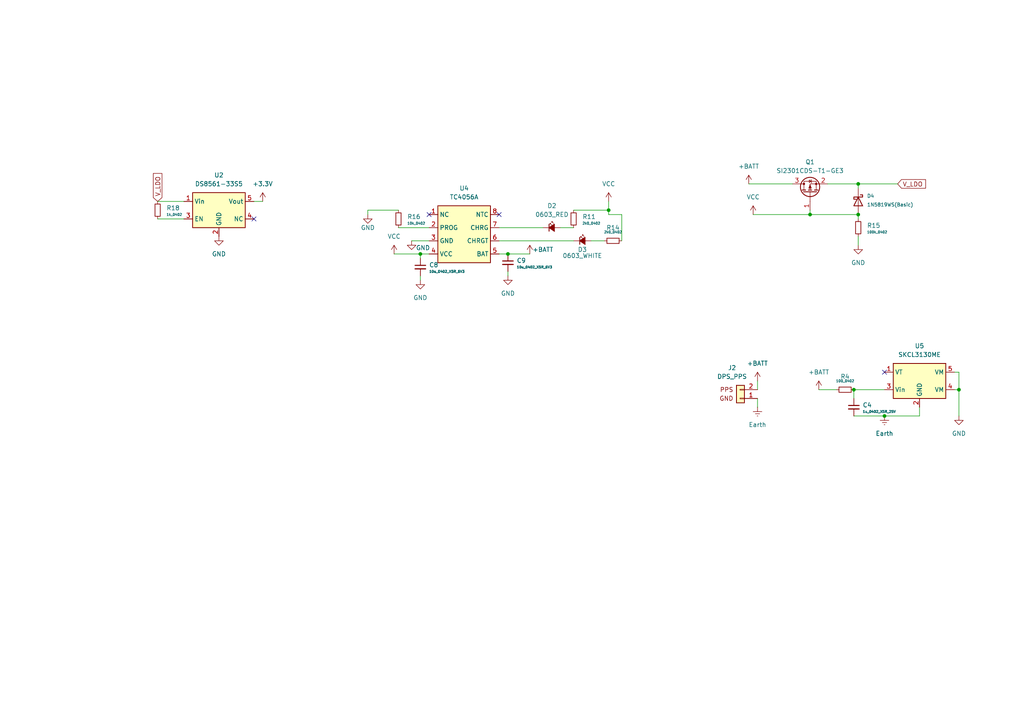
<source format=kicad_sch>
(kicad_sch (version 20231120) (generator "eeschema") (generator_version "8.0")
  (paper "A4")
  (title_block (title "Charger-LDO") (date "2024-07-24") (rev "V3"))
  (lib_symbols
    (symbol "1_diodes:1N5819WS(Basic)" (pin_numbers hide) (pin_names (offset 1.016) hide)
      (property "Reference" "D" (at 1 -1 0))
      (property "Value" "1N5819WS(Basic)" (at 1 -1 0))
      (symbol "1N5819WS(Basic)_0_1"
        (polyline (pts (xy 1.27 0) (xy -1.27 0)))
        (polyline (pts (xy 1.27 1.27) (xy 1.27 -1.27) (xy -1.27 0) (xy 1.27 1.27)) (stroke (width 0.254)))
        (polyline (pts (xy -1.905 0.635) (xy -1.905 1.27) (xy -1.27 1.27) (xy -1.27 -1.27) (xy -0.635 -1.27) (xy -0.635 -0.635)) (stroke (width 0.254)))
      )
      (symbol "1N5819WS(Basic)_1_1"
        (pin passive line (at -3.81 0 0) (length 2.54) (name "K") (number "1"))
        (pin passive line (at 3.81 0 180) (length 2.54) (name "A") (number "2"))
      )
    )
    (symbol "DPS_connectors:DPS_PPS" (pin_names (offset 1.016) hide)
      (property "Reference" "J" (at 0 3.81 0))
      (property "Value" "DPS_PPS" (at 0 -3.81 0))
      (symbol "DPS_PPS_0_0"
        (text "GND" (at 1.905 1.27 0) (effects (font (size 1.27 1.27)) (justify left)))
      )
      (symbol "DPS_PPS_1_0"
        (text "PPS" (at 1.905 -1.27 0) (effects (font (size 1.27 1.27)) (justify left)))
      )
      (symbol "DPS_PPS_1_1"
        (rectangle (start -1.27 -1.143) (end 0 -1.397) (stroke (width 0.1524)))
        (rectangle (start -1.27 1.397) (end 0 1.143) (stroke (width 0.1524)))
        (rectangle (start -1.27 2.54) (end 1.016 -2.54) (stroke (width 0.254)) (fill (type background)))
        (pin passive line (at -5.08 1.27 0) (length 3.81) (name "Pin_1") (number "1"))
        (pin passive line (at -5.08 -1.27 0) (length 3.81) (name "Pin_2") (number "2"))
      )
    )
    (symbol "Lil-Lib:DS8561-33S5"
      (property "Reference" "U" (at -7.62 6.35 0))
      (property "Value" "DS8561-33S5 " (at 2.54 -6.35 0))
      (symbol "DS8561-33S5_1_1"
        (rectangle (start -7.62 5.08) (end 7.62 -5.08) (stroke (width 0.254)) (fill (type background)))
        (pin input line (at -10.16 2.54 0) (length 2.54) (name "Vin") (number "1"))
        (pin power_in line (at 0 -7.62 90) (length 2.54) (name "GND") (number "2"))
        (pin bidirectional line (at -10.16 -2.54 0) (length 2.54) (name "EN") (number "3"))
        (pin power_in line (at 10.16 -2.54 180) (length 2.54) (name "NC") (number "4"))
        (pin input line (at 10.16 2.54 180) (length 2.54) (name "Vout") (number "5"))
      )
    )
    (symbol "Lil-Lib:SI2301CDS-T1-GE3" (pin_names hide)
      (property "Reference" "Q" (at 5.08 1.905 0))
      (property "Value" "SI2301CDS-T1-GE3" (at 5.08 0 0))
      (symbol "SI2301CDS-T1-GE3_0_1"
        (polyline (pts (xy 0.254 0) (xy -2.54 0)))
        (polyline (pts (xy 0.254 1.905) (xy 0.254 -1.905)) (stroke (width 0.254)))
        (polyline (pts (xy 0.762 -1.27) (xy 0.762 -2.286)) (stroke (width 0.254)))
        (polyline (pts (xy 0.762 0.508) (xy 0.762 -0.508)) (stroke (width 0.254)))
        (polyline (pts (xy 0.762 2.286) (xy 0.762 1.27)) (stroke (width 0.254)))
        (polyline (pts (xy 2.54 2.54) (xy 2.54 1.778)))
        (polyline (pts (xy 2.54 -2.54) (xy 2.54 0) (xy 0.762 0)))
        (polyline (pts (xy 0.762 1.778) (xy 3.302 1.778) (xy 3.302 -1.778) (xy 0.762 -1.778)))
        (polyline (pts (xy 2.286 0) (xy 1.27 0.381) (xy 1.27 -0.381) (xy 2.286 0)) (fill (type outline)))
        (polyline (pts (xy 2.794 -0.508) (xy 2.921 -0.381) (xy 3.683 -0.381) (xy 3.81 -0.254)))
        (polyline (pts (xy 3.302 -0.381) (xy 2.921 0.254) (xy 3.683 0.254) (xy 3.302 -0.381)))
        (circle (center 1.651 0) (radius 2.794) (stroke (width 0.254)))
        (circle (center 2.54 -1.778) (radius 0.254) (fill (type outline)))
        (circle (center 2.54 1.778) (radius 0.254) (fill (type outline)))
      )
      (symbol "SI2301CDS-T1-GE3_1_1"
        (pin input line (at -5.08 0 0) (length 2.54) (name "G") (number "1"))
        (pin passive line (at 2.54 -5.08 90) (length 2.54) (name "S") (number "2"))
        (pin passive line (at 2.54 5.08 270) (length 2.54) (name "D") (number "3"))
      )
    )
    (symbol "Lil-Lib:SKCL3130ME"
      (property "Reference" "U" (at -7.62 6.35 0))
      (property "Value" "SKCL3130ME" (at 2.54 -6.35 0))
      (symbol "SKCL3130ME_1_1"
        (rectangle (start -7.62 5.08) (end 7.62 -5.08) (stroke (width 0.254)) (fill (type background)))
        (pin input line (at -10.16 2.54 0) (length 2.54) (name "VT") (number "1"))
        (pin power_in line (at 0 -7.62 90) (length 2.54) (name "GND") (number "2"))
        (pin bidirectional line (at -10.16 -2.54 0) (length 2.54) (name "Vin") (number "3"))
        (pin power_in line (at 10.16 -2.54 180) (length 2.54) (name "VM") (number "4"))
        (pin input line (at 10.16 2.54 180) (length 2.54) (name "VM") (number "5"))
      )
    )
    (symbol "Lil-Lib:TC4056A"
      (property "Reference" "U" (at -7.62 6.35 0))
      (property "Value" "TC4056A" (at 7.62 6.35 0))
      (symbol "TC4056A_0_1"
        (rectangle (start -7.62 5.08) (end 7.62 -11.43) (stroke (width 0.254)) (fill (type background)))
      )
      (symbol "TC4056A_1_1"
        (pin bidirectional line (at -10.16 2.54 0) (length 2.54) (name "NC") (number "1"))
        (pin bidirectional line (at -10.16 -1.27 0) (length 2.54) (name "PROG") (number "2"))
        (pin power_in line (at -10.16 -5.08 0) (length 2.54) (name "GND") (number "3"))
        (pin output line (at -10.16 -8.89 0) (length 2.54) (name "VCC") (number "4"))
        (pin power_in line (at 10.16 -8.89 180) (length 2.54) (name "BAT") (number "5"))
        (pin output line (at 10.16 -5.08 180) (length 2.54) (name "CHRGT") (number "6"))
        (pin input line (at 10.16 -1.27 180) (length 2.54) (name "CHRG") (number "7"))
        (pin passive line (at 10.16 2.54 180) (length 2.54) (name "NTC") (number "8"))
      )
    )
    (symbol "capacitor_smd_standard:10u_0402_X5R_6V3" (pin_numbers hide) (pin_names (offset 0.254) hide)
      (property "Reference" "C" (at 0.254 1.778 0))
      (property "Value" "10u_0402_X5R_6V3" (at 0.254 -2.032 0))
      (symbol "10u_0402_X5R_6V3_0_1"
        (polyline (pts (xy -1.524 -0.508) (xy 1.524 -0.508)) (stroke (width 0.3302)))
        (polyline (pts (xy -1.524 0.508) (xy 1.524 0.508)) (stroke (width 0.3048)))
      )
      (symbol "10u_0402_X5R_6V3_1_1"
        (pin passive line (at 0 2.54 270) (length 2.032) (name "~") (number "1"))
        (pin passive line (at 0 -2.54 90) (length 2.032) (name "~") (number "2"))
      )
    )
    (symbol "capacitor_smd_standard:1u_0402_X5R_25V" (pin_numbers hide) (pin_names (offset 0.254) hide)
      (property "Reference" "C" (at 0.254 1.778 0))
      (property "Value" "1u_0402_X5R_25V" (at 0.254 -2.032 0))
      (symbol "1u_0402_X5R_25V_0_1"
        (polyline (pts (xy -1.524 -0.508) (xy 1.524 -0.508)) (stroke (width 0.3302)))
        (polyline (pts (xy -1.524 0.508) (xy 1.524 0.508)) (stroke (width 0.3048)))
      )
      (symbol "1u_0402_X5R_25V_1_1"
        (pin passive line (at 0 2.54 270) (length 2.032) (name "~") (number "1"))
        (pin passive line (at 0 -2.54 90) (length 2.032) (name "~") (number "2"))
      )
    )
    (symbol "led:0603_GREEN" (pin_numbers hide) (pin_names (offset 0.254) hide)
      (property "Reference" "D" (at -1.27 3.175 0))
      (property "Value" "0603_GREEN" (at -4.445 -2.54 0))
      (symbol "0603_GREEN_0_1"
        (polyline (pts (xy -0.762 -1.016) (xy -0.762 1.016)) (stroke (width 0.254)))
        (polyline (pts (xy 1.016 0) (xy -0.762 0)))
        (polyline (pts (xy 0.762 -1.016) (xy -0.762 0) (xy 0.762 1.016) (xy 0.762 -1.016)) (stroke (width 0.254)) (fill (type outline)))
        (polyline (pts (xy 0 0.762) (xy -0.508 1.27) (xy -0.254 1.27) (xy -0.508 1.27) (xy -0.508 1.016)))
        (polyline (pts (xy 0.508 1.27) (xy 0 1.778) (xy 0.254 1.778) (xy 0 1.778) (xy 0 1.524)))
      )
      (symbol "0603_GREEN_1_1"
        (pin passive line (at -2.54 0 0) (length 1.778) (name "K") (number "1"))
        (pin passive line (at 2.54 0 180) (length 1.778) (name "A") (number "2"))
      )
    )
    (symbol "led:0603_RED" (pin_numbers hide) (pin_names (offset 0.254) hide)
      (property "Reference" "D" (at -1.27 3.175 0))
      (property "Value" "0603_RED" (at -4.445 -2.54 0))
      (symbol "0603_RED_0_1"
        (polyline (pts (xy -0.762 -1.016) (xy -0.762 1.016)) (stroke (width 0.254)))
        (polyline (pts (xy 1.016 0) (xy -0.762 0)))
        (polyline (pts (xy 0.762 -1.016) (xy -0.762 0) (xy 0.762 1.016) (xy 0.762 -1.016)) (stroke (width 0.254)) (fill (type outline)))
        (polyline (pts (xy 0 0.762) (xy -0.508 1.27) (xy -0.254 1.27) (xy -0.508 1.27) (xy -0.508 1.016)))
        (polyline (pts (xy 0.508 1.27) (xy 0 1.778) (xy 0.254 1.778) (xy 0 1.778) (xy 0 1.524)))
      )
      (symbol "0603_RED_1_1"
        (pin passive line (at -2.54 0 0) (length 1.778) (name "K") (number "1"))
        (pin passive line (at 2.54 0 180) (length 1.778) (name "A") (number "2"))
      )
    )
    (symbol "power:+3.3V" (power) (pin_names (offset 0))
      (property "Value" "+3.3V" (at 0 3.556 0))
      (symbol "+3.3V_0_1"
        (polyline (pts (xy -0.762 1.27) (xy 0 2.54)))
        (polyline (pts (xy 0 0) (xy 0 2.54)))
        (polyline (pts (xy 0 2.54) (xy 0.762 1.27)))
      )
      (symbol "+3.3V_1_1"
        (pin power_in line (at 0 0 90) (length 0) hide (name "+3.3V") (number "1"))
      )
    )
    (symbol "power:+BATT" (power) (pin_names (offset 0))
      (property "Value" "+BATT" (at 0 3.556 0))
      (symbol "+BATT_0_1"
        (polyline (pts (xy -0.762 1.27) (xy 0 2.54)))
        (polyline (pts (xy 0 0) (xy 0 2.54)))
        (polyline (pts (xy 0 2.54) (xy 0.762 1.27)))
      )
      (symbol "+BATT_1_1"
        (pin power_in line (at 0 0 90) (length 0) hide (name "+BATT") (number "1"))
      )
    )
    (symbol "power:Earth" (power) (pin_numbers hide) (pin_names (offset 0) hide)
      (property "Value" "Earth" (at 0 -3.81 0))
      (symbol "Earth_0_1"
        (polyline (pts (xy -0.635 -1.905) (xy 0.635 -1.905)))
        (polyline (pts (xy -0.127 -2.54) (xy 0.127 -2.54)))
        (polyline (pts (xy 0 -1.27) (xy 0 0)))
        (polyline (pts (xy 1.27 -1.27) (xy -1.27 -1.27)))
      )
      (symbol "Earth_1_1"
        (pin power_in line (at 0 0 270) (length 0) (name "~") (number "1"))
      )
    )
    (symbol "power:GND" (power) (pin_names (offset 0))
      (property "Value" "GND" (at 0 -3.81 0))
      (symbol "GND_0_1"
        (polyline (pts (xy 0 0) (xy 0 -1.27) (xy 1.27 -1.27) (xy 0 -2.54) (xy -1.27 -1.27) (xy 0 -1.27)))
      )
      (symbol "GND_1_1"
        (pin power_in line (at 0 0 270) (length 0) hide (name "GND") (number "1"))
      )
    )
    (symbol "power:VCC" (power) (pin_names (offset 0))
      (property "Value" "VCC" (at 0 3.81 0))
      (symbol "VCC_0_1"
        (polyline (pts (xy -0.762 1.27) (xy 0 2.54)))
        (polyline (pts (xy 0 0) (xy 0 2.54)))
        (polyline (pts (xy 0 2.54) (xy 0.762 1.27)))
      )
      (symbol "VCC_1_1"
        (pin power_in line (at 0 0 90) (length 0) hide (name "VCC") (number "1"))
      )
    )
    (symbol "resistor_smd_standard:100_0402" (pin_numbers hide) (pin_names (offset 0.254) hide)
      (property "Reference" "R" (at 1.27 1.27 0))
      (property "Value" "100_0402" (at 1.27 0 0))
      (symbol "100_0402_0_1"
        (rectangle (start -0.762 1.778) (end 0.762 -1.778) (stroke (width 0.2032)))
      )
      (symbol "100_0402_1_1"
        (pin passive line (at 0 2.54 270) (length 0.762) (name "~") (number "1"))
        (pin passive line (at 0 -2.54 90) (length 0.762) (name "~") (number "2"))
      )
    )
    (symbol "resistor_smd_standard:100k_0402" (pin_numbers hide) (pin_names (offset 0.254) hide)
      (property "Reference" "R" (at 1.27 1.27 0))
      (property "Value" "100k_0402" (at 1.27 0 0))
      (symbol "100k_0402_0_1"
        (rectangle (start -0.762 1.778) (end 0.762 -1.778) (stroke (width 0.2032)))
      )
      (symbol "100k_0402_1_1"
        (pin passive line (at 0 2.54 270) (length 0.762) (name "~") (number "1"))
        (pin passive line (at 0 -2.54 90) (length 0.762) (name "~") (number "2"))
      )
    )
    (symbol "resistor_smd_standard:10k_0402" (pin_numbers hide) (pin_names (offset 0.254) hide)
      (property "Reference" "R" (at 1.27 1.27 0))
      (property "Value" "10k_0402" (at 1.27 0 0))
      (symbol "10k_0402_0_1"
        (rectangle (start -0.762 1.778) (end 0.762 -1.778) (stroke (width 0.2032)))
      )
      (symbol "10k_0402_1_1"
        (pin passive line (at 0 2.54 270) (length 0.762) (name "~") (number "1"))
        (pin passive line (at 0 -2.54 90) (length 0.762) (name "~") (number "2"))
      )
    )
    (symbol "resistor_smd_standard:1k_0402" (pin_numbers hide) (pin_names (offset 0.254) hide)
      (property "Reference" "R" (at 1.27 1.27 0))
      (property "Value" "1k_0402" (at 1.27 0 0))
      (symbol "1k_0402_0_1"
        (rectangle (start -0.762 1.778) (end 0.762 -1.778) (stroke (width 0.2032)))
      )
      (symbol "1k_0402_1_1"
        (pin passive line (at 0 2.54 270) (length 0.762) (name "~") (number "1"))
        (pin passive line (at 0 -2.54 90) (length 0.762) (name "~") (number "2"))
      )
    )
    (symbol "resistor_smd_standard:2k0_0402" (pin_numbers hide) (pin_names (offset 0.254) hide)
      (property "Reference" "R" (at 1.27 1.27 0))
      (property "Value" "2k0_0402" (at 1.27 0 0))
      (symbol "2k0_0402_0_1"
        (rectangle (start -0.762 1.778) (end 0.762 -1.778) (stroke (width 0.2032)))
      )
      (symbol "2k0_0402_1_1"
        (pin passive line (at 0 2.54 270) (length 0.762) (name "~") (number "1"))
        (pin passive line (at 0 -2.54 90) (length 0.762) (name "~") (number "2"))
      )
    )
  )
  (junction (at 248.92 53.34))
  (junction (at 247.65 113.03))
  (junction (at 248.92 62.23))
  (junction (at 278.13 113.03))
  (junction (at 176.53 60.96))
  (junction (at 121.92 73.66))
  (junction (at 256.54 120.65))
  (junction (at 234.95 62.23))
  (junction (at 147.32 73.66))
  (no_connect (at 124.46 62.23))
  (no_connect (at 256.54 107.95))
  (no_connect (at 144.78 62.23))
  (no_connect (at 73.66 63.5))
  (wire (pts (xy 248.92 53.34) (xy 248.92 54.61)))
  (wire (pts (xy 171.45 69.85) (xy 175.26 69.85)))
  (wire (pts (xy 180.34 62.23) (xy 176.53 62.23)))
  (wire (pts (xy 219.71 118.11) (xy 219.71 115.57)))
  (wire (pts (xy 219.71 110.49) (xy 219.71 113.03)))
  (wire (pts (xy 248.92 62.23) (xy 248.92 63.5)))
  (wire (pts (xy 248.92 53.34) (xy 260.35 53.34)))
  (wire (pts (xy 121.92 80.01) (xy 121.92 81.28)))
  (wire (pts (xy 266.7 120.65) (xy 266.7 118.11)))
  (wire (pts (xy 147.32 73.66) (xy 153.67 73.66)))
  (wire (pts (xy 115.57 60.96) (xy 106.68 60.96)))
  (wire (pts (xy 256.54 120.65) (xy 266.7 120.65)))
  (wire (pts (xy 144.78 73.66) (xy 147.32 73.66)))
  (wire (pts (xy 278.13 107.95) (xy 276.86 107.95)))
  (wire (pts (xy 45.72 58.42) (xy 53.34 58.42)))
  (wire (pts (xy 114.3 73.66) (xy 121.92 73.66)))
  (wire (pts (xy 278.13 113.03) (xy 276.86 113.03)))
  (wire (pts (xy 247.65 113.03) (xy 247.65 115.57)))
  (wire (pts (xy 147.32 78.74) (xy 147.32 80.01)))
  (wire (pts (xy 121.92 74.93) (xy 121.92 73.66)))
  (wire (pts (xy 234.95 62.23) (xy 234.95 60.96)))
  (wire (pts (xy 115.57 66.04) (xy 124.46 66.04)))
  (wire (pts (xy 247.65 113.03) (xy 256.54 113.03)))
  (wire (pts (xy 162.56 66.04) (xy 166.37 66.04)))
  (wire (pts (xy 247.65 120.65) (xy 256.54 120.65)))
  (wire (pts (xy 180.34 69.85) (xy 180.34 62.23)))
  (wire (pts (xy 176.53 58.42) (xy 176.53 60.96)))
  (wire (pts (xy 218.44 62.23) (xy 234.95 62.23)))
  (wire (pts (xy 237.49 113.03) (xy 242.57 113.03)))
  (wire (pts (xy 240.03 53.34) (xy 248.92 53.34)))
  (wire (pts (xy 166.37 60.96) (xy 176.53 60.96)))
  (wire (pts (xy 73.66 58.42) (xy 76.2 58.42)))
  (wire (pts (xy 106.68 60.96) (xy 106.68 62.23)))
  (wire (pts (xy 121.92 73.66) (xy 124.46 73.66)))
  (wire (pts (xy 144.78 66.04) (xy 157.48 66.04)))
  (wire (pts (xy 234.95 62.23) (xy 248.92 62.23)))
  (wire (pts (xy 119.38 69.85) (xy 124.46 69.85)))
  (wire (pts (xy 248.92 68.58) (xy 248.92 71.12)))
  (wire (pts (xy 144.78 69.85) (xy 166.37 69.85)))
  (wire (pts (xy 217.17 53.34) (xy 229.87 53.34)))
  (wire (pts (xy 45.72 63.5) (xy 53.34 63.5)))
  (wire (pts (xy 278.13 107.95) (xy 278.13 113.03)))
  (wire (pts (xy 176.53 60.96) (xy 176.53 62.23)))
  (wire (pts (xy 278.13 120.65) (xy 278.13 113.03)))
  (global_label "V_LDO" (shape input) (at 260.35 53.34 0) (property "Intersheetrefs" "${INTERSHEET_REFS}" (effects (hide yes))))
  (global_label "V_LDO" (shape input) (at 45.72 58.42 90) (property "Intersheetrefs" "${INTERSHEET_REFS}" (effects (hide yes))))
  (symbol (lib_id "power:+BATT") (at 237.49 113.03 0) (unit 1)
    (property "Reference" "#PWR014" (effects (hide yes)))
    (property "Value" "+BATT" (at 237.49 107.95 0))
  )
  (symbol (lib_id "led:0603_RED") (at 160.02 66.04 0) (unit 1)
    (property "Reference" "D2" (at 160.0835 59.69 0))
    (property "Value" "0603_RED" (at 160.0835 62.23 0))
    (property "Footprint" "LED_SMD:LED_0603_1608Metric" (effects (hide yes)))
    (property "Datasheet" "https://datasheet.lcsc.com/lcsc/1811101510_Everlight-Elec-19-217-GHC-YR1S2-3T_C72043.pdf" (effects (hide yes)))
    (property "LCSC" "C2286" (effects (hide yes)))
    (property "Partnumber" "KT-0603R" (effects (hide yes)))
    (property "Price1000" "0.0035" (effects (hide yes)))
  )
  (symbol (lib_id "capacitor_smd_standard:10u_0402_X5R_6V3") (at 147.32 76.2 0) (unit 1)
    (property "Reference" "C9" (at 149.86 75.5712 0) (effects (justify left)))
    (property "Value" "10u_0402_X5R_6V3" (at 149.86 77.4763 0) (effects (font (size 0.7 0.7)) (justify left)))
    (property "Footprint" "Capacitor_SMD:C_0402_1005Metric" (effects (hide yes)))
    (property "Datasheet" "https://datasheet.lcsc.com/lcsc/1810191215_Samsung-Electro-Mechanics-CL05A106MQ5NUNC_C15525.pdf" (effects (hide yes)))
    (property "Description" "6.3V 10uF X5R ±20% 0402  Multilayer Ceramic Capacitors MLCC - SMD/SMT ROHS" (effects (hide yes)))
    (property "LCSC" "C15525" (effects (hide yes)))
    (property "Price1000" "0.0027" (effects (hide yes)))
  )
  (symbol (lib_id "power:+BATT") (at 153.67 73.66 0) (unit 1)
    (property "Reference" "#PWR031" (effects (hide yes)))
    (property "Value" "+BATT" (at 157.48 72.39 0))
  )
  (symbol (lib_id "capacitor_smd_standard:10u_0402_X5R_6V3") (at 121.92 77.47 0) (unit 1)
    (property "Reference" "C8" (at 124.46 76.8412 0) (effects (justify left)))
    (property "Value" "10u_0402_X5R_6V3" (at 124.46 78.7463 0) (effects (font (size 0.7 0.7)) (justify left)))
    (property "Footprint" "Capacitor_SMD:C_0402_1005Metric" (effects (hide yes)))
    (property "Datasheet" "https://datasheet.lcsc.com/lcsc/1810191215_Samsung-Electro-Mechanics-CL05A106MQ5NUNC_C15525.pdf" (effects (hide yes)))
    (property "Description" "6.3V 10uF X5R ±20% 0402  Multilayer Ceramic Capacitors MLCC - SMD/SMT ROHS" (effects (hide yes)))
    (property "LCSC" "C15525" (effects (hide yes)))
    (property "Price1000" "0.0027" (effects (hide yes)))
  )
  (symbol (lib_id "power:GND") (at 63.5 68.58 0) (unit 1)
    (property "Reference" "#PWR040" (effects (hide yes)))
    (property "Value" "GND" (at 63.5 73.66 0))
  )
  (symbol (lib_id "Lil-Lib:SI2301CDS-T1-GE3") (at 234.95 55.88 90) (unit 1)
    (property "Reference" "Q1" (at 234.95 46.99 90))
    (property "Value" "SI2301CDS-T1-GE3" (at 234.95 49.53 90))
    (property "Footprint" "Package_TO_SOT_SMD:SOT-23" (effects (hide yes)))
    (property "Datasheet" "https://wmsc.lcsc.com/wmsc/upload/file/pdf/v2/lcsc/1808272021_Vishay-Intertech-SI2301CDS-T1-GE3_C10487.pdf" (effects (hide yes)))
    (property "Description" "20V 3.1A 112mΩ@4.5V,2.8A 1V@250uA 1PCSPChannel SOT-23 MOSFETs ROHS" (effects (hide yes)))
    (property "Price1000" "0.0241 " (effects (hide yes)))
    (property "LCSC" "C10487" (effects (hide yes)))
  )
  (symbol (lib_id "Lil-Lib:TC4056A") (at 134.62 64.77 0) (unit 1)
    (property "Reference" "U4" (at 134.62 54.61 0))
    (property "Value" "TC4056A" (at 134.62 57.15 0))
    (property "Footprint" "Package_SO:SOP-8_3.9x4.9mm_P1.27mm" (effects (hide yes)))
    (property "Datasheet" "https://wmsc.lcsc.com/wmsc/upload/file/pdf/v2/lcsc/2309201408_Shenzhen-Fuman-Elec-TC4056A-_C7588528.pdf" (effects (hide yes)))
    (property "Description" "ESOP-8 Battery Management ICs ROHS " (effects (hide yes)))
    (property "LCSC" "C7588528" (effects (hide yes)))
  )
  (symbol (lib_id "power:GND") (at 106.68 62.23 0) (unit 1)
    (property "Reference" "#PWR030" (effects (hide yes)))
    (property "Value" "GND" (at 106.68 66.04 0))
  )
  (symbol (lib_id "1_diodes:1N5819WS(Basic)") (at 248.92 58.42 270) (unit 1)
    (property "Reference" "D4" (at 251.46 56.8325 90) (effects (font (size 1 1)) (justify left)))
    (property "Value" "1N5819WS(Basic)" (at 251.46 59.3725 90) (effects (font (size 1 1)) (justify left)))
    (property "Footprint" "Diode_SMD:D_SOD-323_HandSoldering" (effects (hide yes)))
    (property "Datasheet" "https://datasheet.lcsc.com/lcsc/1810202112_Guangdong-Hottech-1N5819WS_C191023.pdf" (effects (hide yes)))
    (property "Description" "40V 1A Schottky Barrier Rectifier Diode, DO-41" (effects (hide yes)))
    (property "LCSC" "C191023" (effects (hide yes)))
    (property "Price1000" "0.013" (effects (hide yes)))
  )
  (symbol (lib_id "power:GND") (at 121.92 81.28 0) (unit 1)
    (property "Reference" "#PWR025" (effects (hide yes)))
    (property "Value" "GND" (at 121.92 86.36 0))
  )
  (symbol (lib_id "Lil-Lib:SKCL3130ME") (at 266.7 110.49 0) (unit 1)
    (property "Reference" "U5" (at 266.7 100.33 0))
    (property "Value" "SKCL3130ME" (at 266.7 102.87 0))
    (property "Footprint" "Package_TO_SOT_SMD:SOT-23-5" (effects (hide yes)))
    (property "Datasheet" "https://wmsc.lcsc.com/wmsc/upload/file/pdf/v2/lcsc/2201121900_Shikues-SKCL3130ME_C2941741.pdf" (effects (hide yes)))
    (property "Description" "-300mV~6V Lithium-ion/Polymer 1 SOT-23-5 Battery Management ICs ROHS " (effects (hide yes)))
    (property "LCSC" "C2941741 " (effects (hide yes)))
    (property "Price1000" "0.0303" (effects (hide yes)))
  )
  (symbol (lib_id "Lil-Lib:DS8561-33S5") (at 63.5 60.96 0) (unit 1)
    (property "Reference" "U2" (at 63.5 50.8 0))
    (property "Value" "DS8561-33S5" (at 63.5 53.34 0))
    (property "Footprint" "Package_TO_SOT_SMD:SOT-23-5" (effects (hide yes)))
    (property "Datasheet" "https://wmsc.lcsc.com/wmsc/upload/file/pdf/v2/lcsc/2305121703_DSTECH-DS8561-33S5_C5795637.pdf" (effects (hide yes)))
    (property "Description" "75dB@(1kHz) 300mA null 3.3V Positive electrode SOT23-5 Linear Voltage Regulators (LDO) ROHS " (effects (hide yes)))
    (property "LCSC" "C5795637" (effects (hide yes)))
    (property "Price1000" "0.0303" (effects (hide yes)))
  )
  (symbol (lib_id "power:VCC") (at 176.53 58.42 0) (unit 1)
    (property "Reference" "#PWR020" (effects (hide yes)))
    (property "Value" "VCC" (at 176.53 53.34 0))
  )
  (symbol (lib_id "power:+BATT") (at 217.17 53.34 0) (unit 1)
    (property "Reference" "#PWR037" (effects (hide yes)))
    (property "Value" "+BATT" (at 217.17 48.26 0))
  )
  (symbol (lib_id "power:GND") (at 278.13 120.65 0) (unit 1)
    (property "Reference" "#PWR015" (effects (hide yes)))
    (property "Value" "GND" (at 278.13 125.73 0))
  )
  (symbol (lib_id "power:GND") (at 147.32 80.01 0) (unit 1)
    (property "Reference" "#PWR035" (effects (hide yes)))
    (property "Value" "GND" (at 147.32 85.09 0))
  )
  (symbol (lib_id "power:Earth") (at 219.71 118.11 0) (unit 1)
    (property "Reference" "#PWR045" (effects (hide yes)))
    (property "Value" "Earth" (at 219.71 123.19 0))
    (property "Description" "Power symbol creates a global label with name \"Earth\"" (effects (hide yes)))
  )
  (symbol (lib_id "power:+3.3V") (at 76.2 58.42 0) (unit 1)
    (property "Reference" "#PWR041" (effects (hide yes)))
    (property "Value" "+3.3V" (at 76.2 53.34 0))
  )
  (symbol (lib_id "led:0603_GREEN") (at 168.91 69.85 0) (unit 1)
    (property "Reference" "D3" (at 168.91 72.39 0))
    (property "Value" "0603_WHITE" (at 168.91 74.168 0))
    (property "Footprint" "LED_SMD:LED_0603_1608Metric" (effects (hide yes)))
    (property "Datasheet" "https://wmsc.lcsc.com/wmsc/upload/file/pdf/v2/lcsc/2305091500_Hubei-KENTO-Elec-KT-0603W_C2290.pdf" (effects (hide yes)))
    (property "LCSC" "C2290" (effects (hide yes)))
    (property "Partnumber" "19-217/GHC-YR1S2/3T" (effects (hide yes)))
    (property "Price1000" "0.0155" (effects (hide yes)))
  )
  (symbol (lib_id "resistor_smd_standard:2k0_0402") (at 177.8 69.85 270) (unit 1)
    (property "Reference" "R14" (at 177.8 66.04 90))
    (property "Value" "2k0_0402" (at 177.8 67.31 90) (effects (font (size 0.7 0.7))))
    (property "Footprint" "Resistor_SMD:R_0402_1005Metric" (effects (hide yes)))
    (property "Datasheet" "https://datasheet.lcsc.com/lcsc/2110260030_UNI-ROYAL-Uniroyal-Elec-0402WGF5101TCE_C25905.pdf" (effects (hide yes)))
    (property "Description" "±1% 1/16W Thick Film Resistors 50V ±100ppm/℃ -55℃~+155℃ 1.2kΩ 0402 Chip Resistor - Surface Mount ROHS" (effects (hide yes)))
    (property "LCSC" "C4109" (effects (hide yes)))
    (property "Tollerance" "1%" (effects (hide yes)))
    (property "Voltage" "50V" (effects (hide yes)))
  )
  (symbol (lib_id "power:GND") (at 248.92 71.12 0) (unit 1)
    (property "Reference" "#PWR039" (effects (hide yes)))
    (property "Value" "GND" (at 248.92 76.2 0))
  )
  (symbol (lib_id "power:VCC") (at 114.3 73.66 0) (unit 1)
    (property "Reference" "#PWR023" (effects (hide yes)))
    (property "Value" "VCC" (at 114.3 68.58 0))
  )
  (symbol (lib_id "power:GND") (at 119.38 69.85 0) (unit 1)
    (property "Reference" "#PWR026" (effects (hide yes)))
    (property "Value" "GND" (at 122.682 71.882 0))
  )
  (symbol (lib_id "power:VCC") (at 218.44 62.23 0) (unit 1)
    (property "Reference" "#PWR038" (effects (hide yes)))
    (property "Value" "VCC" (at 218.44 57.15 0))
  )
  (symbol (lib_id "resistor_smd_standard:100k_0402") (at 248.92 66.04 0) (unit 1)
    (property "Reference" "R15" (at 251.46 65.4049 0) (effects (justify left)))
    (property "Value" "100k_0402" (at 251.46 67.31 0) (effects (font (size 0.7 0.7)) (justify left)))
    (property "Footprint" "Resistor_SMD:R_0402_1005Metric" (effects (hide yes)))
    (property "Datasheet" "https://datasheet.lcsc.com/lcsc/2110260030_UNI-ROYAL-Uniroyal-Elec-0402WGF1003TCE_C25741.pdf" (effects (hide yes)))
    (property "Description" "±1% 1/16W Thick Film Resistors 50V ±100ppm/℃ -55℃~+155℃ 100kΩ 0402 Chip Resistor - Surface Mount ROHS" (effects (hide yes)))
    (property "LCSC" "C25741" (effects (hide yes)))
    (property "Tollerance" "1%" (effects (hide yes)))
    (property "Voltage" "50V" (effects (hide yes)))
    (property "Price1000" "0.0004" (effects (hide yes)))
  )
  (symbol (lib_id "DPS_connectors:DPS_PPS") (at 214.63 114.3 180) (unit 1)
    (property "Reference" "J2" (at 212.3295 106.68 0))
    (property "Value" "DPS_PPS" (at 212.3295 109.22 0))
    (property "Footprint" "Connector_JST:JST_PH_B2B-PH-K_1x02_P2.00mm_Vertical" (effects (hide yes)))
    (property "Datasheet" "https://datasheet.lcsc.com/lcsc/2304140030_CAX-PH-2A_C722767.pdf" (effects (hide yes)))
    (property "Description" "1x2P 1 2mm Male pin 2 -25℃~+85℃ 5A Straight Plugin,P=2mm Wire To Board / Wire To Wire Connector ROHS " (effects (hide yes)))
    (property "LCSC" "C722767" (effects (hide yes)))
  )
  (symbol (lib_id "capacitor_smd_standard:1u_0402_X5R_25V") (at 247.65 118.11 0) (unit 1)
    (property "Reference" "C4" (at 250.19 117.4812 0) (effects (justify left)))
    (property "Value" "1u_0402_X5R_25V" (at 250.19 119.3863 0) (effects (font (size 0.7 0.7)) (justify left)))
    (property "Footprint" "Capacitor_SMD:C_0402_1005Metric" (effects (hide yes)))
    (property "Datasheet" "https://datasheet.lcsc.com/lcsc/1811091611_Samsung-Electro-Mechanics-CL05A105KA5NQNC_C52923.pdf" (effects (hide yes)))
    (property "Description" "25V 1uF X5R ±10% 0402 Multilayer Ceramic Capacitors MLCC - SMD/SMT ROHS" (effects (hide yes)))
    (property "LCSC" "C52923" (effects (hide yes)))
    (property "Price1000" "0.0020" (effects (hide yes)))
  )
  (symbol (lib_id "resistor_smd_standard:10k_0402") (at 115.57 63.5 0) (unit 1)
    (property "Reference" "R16" (at 118.11 62.8649 0) (effects (justify left)))
    (property "Value" "10k_0402" (at 118.11 64.77 0) (effects (font (size 0.7 0.7)) (justify left)))
    (property "Footprint" "Resistor_SMD:R_0402_1005Metric" (effects (hide yes)))
    (property "Datasheet" "https://datasheet.lcsc.com/lcsc/2110260030_UNI-ROYAL-Uniroyal-Elec-0402WGF1002TCE_C25744.pdf" (effects (hide yes)))
    (property "Description" "±1% 1/16W Thick Film Resistors 50V ±100ppm/℃ -55℃~+155℃ 10kΩ 0402 Chip Resistor - Surface Mount ROHS" (effects (hide yes)))
    (property "LCSC" "C25744" (effects (hide yes)))
    (property "Tollerance" "1%" (effects (hide yes)))
    (property "Voltage" "50V" (effects (hide yes)))
    (property "Price1000" "0.0005" (effects (hide yes)))
  )
  (symbol (lib_id "resistor_smd_standard:100_0402") (at 245.11 113.03 90) (unit 1)
    (property "Reference" "R4" (at 245.11 109.22 90))
    (property "Value" "100_0402" (at 245.11 110.49 90) (effects (font (size 0.7 0.7))))
    (property "Footprint" "Resistor_SMD:R_0402_1005Metric" (effects (hide yes)))
    (property "Datasheet" "https://datasheet.lcsc.com/lcsc/2110252230_UNI-ROYAL-Uniroyal-Elec-0402WGF1000TCE_C25076.pdf" (effects (hide yes)))
    (property "Description" "±1% 1/16W Thick Film Resistors 50V ±200ppm/℃ -55℃~+155℃ 100Ω 0402 Chip Resistor - Surface Mount ROHS" (effects (hide yes)))
    (property "LCSC" "C25076" (effects (hide yes)))
    (property "Tollerance" "1%" (effects (hide yes)))
    (property "Voltage" "50V" (effects (hide yes)))
    (property "Price1000" "0.0003" (effects (hide yes)))
  )
  (symbol (lib_id "power:+BATT") (at 219.71 110.49 0) (unit 1)
    (property "Reference" "#PWR044" (effects (hide yes)))
    (property "Value" "+BATT" (at 219.71 105.41 0))
  )
  (symbol (lib_id "resistor_smd_standard:2k0_0402") (at 166.37 63.5 0) (unit 1)
    (property "Reference" "R11" (at 168.91 62.8649 0) (effects (justify left)))
    (property "Value" "2k0_0402" (at 168.91 64.77 0) (effects (font (size 0.7 0.7)) (justify left)))
    (property "Footprint" "Resistor_SMD:R_0402_1005Metric" (effects (hide yes)))
    (property "Datasheet" "https://datasheet.lcsc.com/lcsc/2110260030_UNI-ROYAL-Uniroyal-Elec-0402WGF5101TCE_C25905.pdf" (effects (hide yes)))
    (property "Description" "±1% 1/16W Thick Film Resistors 50V ±100ppm/℃ -55℃~+155℃ 1.2kΩ 0402 Chip Resistor - Surface Mount ROHS" (effects (hide yes)))
    (property "LCSC" "C4109" (effects (hide yes)))
    (property "Tollerance" "1%" (effects (hide yes)))
    (property "Voltage" "50V" (effects (hide yes)))
  )
  (symbol (lib_id "resistor_smd_standard:1k_0402") (at 45.72 60.96 0) (unit 1)
    (property "Reference" "R18" (at 48.26 60.3249 0) (effects (justify left)))
    (property "Value" "1k_0402" (at 48.26 62.23 0) (effects (font (size 0.7 0.7)) (justify left)))
    (property "Footprint" "Resistor_SMD:R_0402_1005Metric" (effects (hide yes)))
    (property "Datasheet" "https://datasheet.lcsc.com/lcsc/2206010216_UNI-ROYAL-Uniroyal-Elec-0402WGF1001TCE_C11702.pdf" (effects (hide yes)))
    (property "Description" "62.5mW Thick Film Resistors 50V ±100ppm/℃ ±1% -55℃~+155℃ 1kΩ 0402  Chip Resistor - Surface Mount ROHS" (effects (hide yes)))
    (property "LCSC" "C11702" (effects (hide yes)))
    (property "Tollerance" "1%" (effects (hide yes)))
    (property "Voltage" "50V" (effects (hide yes)))
    (property "Price1000" "0.0003" (effects (hide yes)))
  )
  (symbol (lib_id "power:Earth") (at 256.54 120.65 0) (unit 1)
    (property "Reference" "#PWR013" (effects (hide yes)))
    (property "Value" "Earth" (at 256.54 125.73 0))
    (property "Description" "Power symbol creates a global label with name \"Earth\"" (effects (hide yes)))
  )
)
</source>
